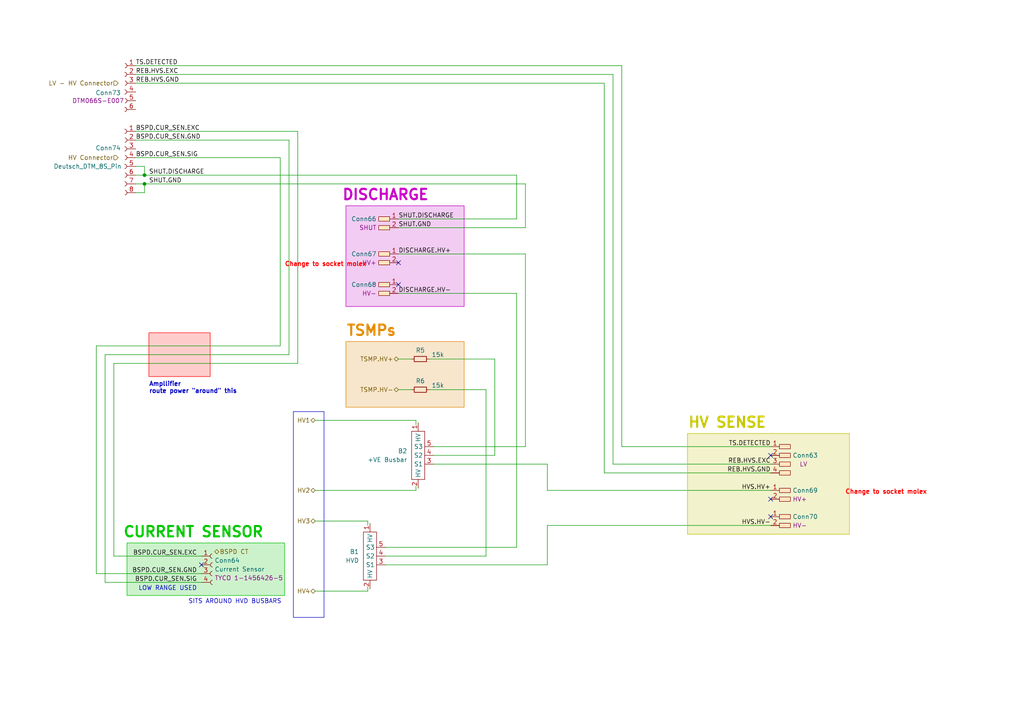
<source format=kicad_sch>
(kicad_sch (version 20231120) (generator "eeschema") (generator_version "8.0")
  (paper "A4")
  (lib_symbols
    (symbol "Connectors_SUFST:Bus_Bar"
      (property "Reference" "B" (at 0 1.27 0))
      (symbol "Bus_Bar_0_1"
        (rectangle (start -6.985 -2.54) (end 6.985 -6.35))
      )
      (symbol "Bus_Bar_1_1"
        (pin input line (at 9.525 -4.445 180) (length 2.54) (name "HV") (number "1"))
        (pin input line (at -9.525 -4.445 0) (length 2.54) (name "HV") (number "2"))
        (pin input line (at -2.54 -8.89 90) (length 2.54) (name "S1") (number "3"))
        (pin input line (at 0 -8.89 90) (length 2.54) (name "S2") (number "4"))
        (pin input line (at 2.54 -8.89 90) (length 2.54) (name "S3") (number "5"))
      )
    )
    (symbol "Connectors_SUFST:Current Sensor Connector"
      (property "Reference" "Conn" (at -0.635 1.27 0))
      (property "P/N" "TYCO 1-1456426-5" (at 0 5.08 0))
      (symbol "Current Sensor Connector_0_1"
        (arc (start -2.5368 -7.6207) (mid -1.9833 -6.9863) (end -2.5355 -6.3507))
        (arc (start -2.5368 -2.5407) (mid -1.9833 -1.9063) (end -2.5355 -1.2707))
        (arc (start -2.4524 -10.1601) (mid -1.8989 -9.5257) (end -2.4511 -8.8901))
        (arc (start -2.4524 -5.0801) (mid -1.8989 -4.4457) (end -2.4511 -3.8101))
      )
      (symbol "Current Sensor Connector_1_1"
        (pin input line (at 0.635 -9.525 180) (length 2.54) (name "") (number "1"))
        (pin input line (at 0.635 -6.985 180) (length 2.54) (name "") (number "2"))
        (pin input line (at 0.635 -4.445 180) (length 2.54) (name "") (number "3"))
        (pin input line (at 0.635 -1.905 180) (length 2.54) (name "") (number "4"))
      )
    )
    (symbol "Connectors_SUFST:Deutsch_DTM_6S_Pin"
      (property "Reference" "Conn" (at 0 0.635 0))
      (property "P/N" "DTM066S-E007" (at 0 0 0))
      (symbol "Deutsch_DTM_6S_Pin_0_1"
        (arc (start -2.5368 -12.7007) (mid -1.9833 -12.0663) (end -2.5355 -11.4307))
        (arc (start -2.5368 -7.6207) (mid -1.9833 -6.9863) (end -2.5355 -6.3507))
        (arc (start -2.5368 -2.5407) (mid -1.9833 -1.9063) (end -2.5355 -1.2707))
        (arc (start -2.4524 -15.2401) (mid -1.8989 -14.6057) (end -2.4511 -13.9701))
        (arc (start -2.4524 -10.1601) (mid -1.8989 -9.5257) (end -2.4511 -8.8901))
        (arc (start -2.4524 -5.0801) (mid -1.8989 -4.4457) (end -2.4511 -3.8101))
      )
      (symbol "Deutsch_DTM_6S_Pin_1_1"
        (pin input line (at 0.635 -14.605 180) (length 2.54) (name "") (number "1"))
        (pin input line (at 0.635 -12.065 180) (length 2.54) (name "") (number "2"))
        (pin input line (at 0.635 -9.525 180) (length 2.54) (name "") (number "3"))
        (pin input line (at 0.635 -6.985 180) (length 2.54) (name "") (number "4"))
        (pin input line (at 0.635 -4.445 180) (length 2.54) (name "") (number "5"))
        (pin input line (at 0.635 -1.905 180) (length 2.54) (name "") (number "6"))
      )
    )
    (symbol "Connectors_SUFST:Molex_2x1P_Horizontal_THT"
      (property "Reference" "Conn" (at 0 -1.905 0))
      (symbol "Molex_2x1P_Horizontal_THT_0_1"
        (polyline (pts (xy -0.635 -4.445) (xy 1.905 -4.445)))
      )
      (symbol "Molex_2x1P_Horizontal_THT_1_1"
        (rectangle (start -3.81 -6.35) (end -0.635 -7.62) (fill (type color) (color 255 229 191 1)))
        (rectangle (start -3.81 -3.81) (end -0.635 -5.08) (fill (type color) (color 255 229 191 1)))
        (pin input line (at 1.905 -6.985 180) (length 2.54) (name "") (number "1"))
        (pin input line (at 1.905 -4.445 180) (length 2.54) (name "") (number "2"))
      )
    )
    (symbol "Connectors_SUFST:Molex_8x1S_Recepticle"
      (property "Reference" "Conn" (at 0 0.635 0))
      (symbol "Molex_8x1S_Recepticle_0_1"
        (arc (start -2.5368 -17.7807) (mid -1.9833 -17.1463) (end -2.5355 -16.5107))
        (arc (start -2.5368 -12.7007) (mid -1.9833 -12.0663) (end -2.5355 -11.4307))
        (arc (start -2.5368 -7.6207) (mid -1.9833 -6.9863) (end -2.5355 -6.3507))
        (arc (start -2.5368 -2.5407) (mid -1.9833 -1.9063) (end -2.5355 -1.2707))
        (arc (start -2.4524 -20.3201) (mid -1.8989 -19.6857) (end -2.4511 -19.0501))
        (arc (start -2.4524 -15.2401) (mid -1.8989 -14.6057) (end -2.4511 -13.9701))
        (arc (start -2.4524 -10.1601) (mid -1.8989 -9.5257) (end -2.4511 -8.8901))
        (arc (start -2.4524 -5.0801) (mid -1.8989 -4.4457) (end -2.4511 -3.8101))
      )
      (symbol "Molex_8x1S_Recepticle_1_1"
        (pin input line (at 0.635 -1.905 180) (length 2.54) (name "") (number "1"))
        (pin input line (at 0.635 -4.445 180) (length 2.54) (name "") (number "2"))
        (pin input line (at 0.635 -6.985 180) (length 2.54) (name "") (number "3"))
        (pin input line (at 0.635 -9.525 180) (length 2.54) (name "") (number "4"))
        (pin input line (at 0.635 -12.065 180) (length 2.54) (name "") (number "5"))
        (pin input line (at 0.635 -14.605 180) (length 2.54) (name "") (number "6"))
        (pin input line (at 0.635 -17.145 180) (length 2.54) (name "") (number "7"))
        (pin input line (at 0.635 -19.685 180) (length 2.54) (name "") (number "8"))
      )
    )
    (symbol "Device:R_Small" (pin_numbers hide) (pin_names (offset 0.254) hide)
      (property "Reference" "R" (at 0.762 0.508 0))
      (property "Value" "R_Small" (at 0.762 -1.016 0))
      (symbol "R_Small_0_1"
        (rectangle (start -0.762 1.778) (end 0.762 -1.778) (stroke (width 0.2032)))
      )
      (symbol "R_Small_1_1"
        (pin passive line (at 0 2.54 270) (length 0.762) (name "~") (number "1"))
        (pin passive line (at 0 -2.54 90) (length 0.762) (name "~") (number "2"))
      )
    )
    (symbol "Molex_2x2P_Horizontal_1"
      (property "Reference" "Conn" (at 0 -1.905 0))
      (symbol "Molex_2x2P_Horizontal_1_0_1"
        (polyline (pts (xy -0.635 -9.525) (xy 1.905 -9.525)))
        (polyline (pts (xy -0.635 -4.445) (xy 1.905 -4.445)))
      )
      (symbol "Molex_2x2P_Horizontal_1_1_1"
        (rectangle (start -3.81 -11.43) (end -0.635 -12.7) (fill (type color) (color 255 229 191 1)))
        (rectangle (start -3.81 -8.89) (end -0.635 -10.16) (fill (type color) (color 255 229 191 1)))
        (rectangle (start -3.81 -6.35) (end -0.635 -7.62) (fill (type color) (color 255 229 191 1)))
        (rectangle (start -3.81 -3.81) (end -0.635 -5.08) (fill (type color) (color 255 229 191 1)))
        (pin input line (at 1.905 -12.065 180) (length 2.54) (name "") (number "1"))
        (pin input line (at 1.905 -9.525 180) (length 2.54) (name "") (number "2"))
        (pin input line (at 1.905 -6.985 180) (length 2.54) (name "") (number "3"))
        (pin input line (at 1.905 -4.445 180) (length 2.54) (name "") (number "4"))
      )
    )
  )
  (junction (at 41.91 50.8))
  (junction (at 41.91 53.34))
  (no_connect (at 223.52 149.86))
  (no_connect (at 58.42 163.83))
  (no_connect (at 115.57 82.55))
  (no_connect (at 223.52 132.08))
  (no_connect (at 115.57 76.2))
  (no_connect (at 223.52 144.78))
  (wire (pts (xy 30.48 168.91) (xy 58.42 168.91)))
  (wire (pts (xy 115.57 113.03) (xy 119.38 113.03)))
  (wire (pts (xy 120.65 142.24) (xy 120.65 140.97)))
  (wire (pts (xy 140.97 113.03) (xy 124.46 113.03)))
  (wire (pts (xy 143.51 104.14) (xy 143.51 132.08)))
  (wire (pts (xy 58.42 161.29) (xy 33.02 161.29)))
  (wire (pts (xy 86.36 38.1) (xy 86.36 105.41)))
  (wire (pts (xy 158.75 163.83) (xy 158.75 152.4)))
  (wire (pts (xy 41.91 50.8) (xy 149.86 50.8)))
  (wire (pts (xy 158.75 152.4) (xy 223.52 152.4)))
  (wire (pts (xy 111.76 161.29) (xy 140.97 161.29)))
  (wire (pts (xy 39.37 48.26) (xy 41.91 48.26)))
  (wire (pts (xy 111.76 158.75) (xy 149.86 158.75)))
  (wire (pts (xy 33.02 161.29) (xy 33.02 105.41)))
  (wire (pts (xy 175.26 137.16) (xy 223.52 137.16)))
  (wire (pts (xy 152.4 53.34) (xy 152.4 66.04)))
  (wire (pts (xy 158.75 163.83) (xy 111.76 163.83)))
  (wire (pts (xy 180.34 19.05) (xy 180.34 129.54)))
  (wire (pts (xy 33.02 105.41) (xy 86.36 105.41)))
  (wire (pts (xy 39.37 38.1) (xy 86.36 38.1)))
  (wire (pts (xy 158.75 142.24) (xy 223.52 142.24)))
  (wire (pts (xy 158.75 134.62) (xy 125.73 134.62)))
  (wire (pts (xy 152.4 129.54) (xy 152.4 73.66)))
  (wire (pts (xy 149.86 85.09) (xy 115.57 85.09)))
  (wire (pts (xy 81.28 45.72) (xy 81.28 100.33)))
  (wire (pts (xy 143.51 132.08) (xy 125.73 132.08)))
  (wire (pts (xy 115.57 73.66) (xy 152.4 73.66)))
  (wire (pts (xy 39.37 40.64) (xy 83.82 40.64)))
  (wire (pts (xy 83.82 102.87) (xy 30.48 102.87)))
  (wire (pts (xy 39.37 50.8) (xy 41.91 50.8)))
  (wire (pts (xy 106.68 151.13) (xy 106.68 152.4)))
  (wire (pts (xy 149.86 158.75) (xy 149.86 85.09)))
  (wire (pts (xy 39.37 45.72) (xy 81.28 45.72)))
  (wire (pts (xy 91.44 171.45) (xy 106.68 171.45)))
  (wire (pts (xy 30.48 102.87) (xy 30.48 168.91)))
  (wire (pts (xy 27.94 100.33) (xy 81.28 100.33)))
  (wire (pts (xy 39.37 55.88) (xy 41.91 55.88)))
  (wire (pts (xy 115.57 66.04) (xy 152.4 66.04)))
  (wire (pts (xy 149.86 63.5) (xy 149.86 50.8)))
  (wire (pts (xy 39.37 53.34) (xy 41.91 53.34)))
  (wire (pts (xy 158.75 134.62) (xy 158.75 142.24)))
  (wire (pts (xy 115.57 63.5) (xy 149.86 63.5)))
  (wire (pts (xy 39.37 24.13) (xy 175.26 24.13)))
  (wire (pts (xy 83.82 40.64) (xy 83.82 102.87)))
  (wire (pts (xy 41.91 53.34) (xy 152.4 53.34)))
  (wire (pts (xy 106.68 171.45) (xy 106.68 170.18)))
  (wire (pts (xy 177.8 134.62) (xy 177.8 21.59)))
  (wire (pts (xy 180.34 129.54) (xy 223.52 129.54)))
  (wire (pts (xy 39.37 19.05) (xy 180.34 19.05)))
  (wire (pts (xy 41.91 53.34) (xy 41.91 55.88)))
  (wire (pts (xy 223.52 134.62) (xy 177.8 134.62)))
  (wire (pts (xy 140.97 161.29) (xy 140.97 113.03)))
  (wire (pts (xy 115.57 104.14) (xy 119.38 104.14)))
  (wire (pts (xy 91.44 142.24) (xy 120.65 142.24)))
  (wire (pts (xy 120.65 121.92) (xy 120.65 123.19)))
  (wire (pts (xy 91.44 121.92) (xy 120.65 121.92)))
  (wire (pts (xy 124.46 104.14) (xy 143.51 104.14)))
  (wire (pts (xy 41.91 50.8) (xy 41.91 48.26)))
  (wire (pts (xy 58.42 166.37) (xy 27.94 166.37)))
  (wire (pts (xy 91.44 151.13) (xy 106.68 151.13)))
  (wire (pts (xy 27.94 166.37) (xy 27.94 100.33)))
  (wire (pts (xy 125.73 129.54) (xy 152.4 129.54)))
  (wire (pts (xy 177.8 21.59) (xy 39.37 21.59)))
  (wire (pts (xy 175.26 24.13) (xy 175.26 137.16)))
  (rectangle (start 100.33 59.69) (end 134.62 88.9) (stroke (width 0) (color 194 0 194 1)) (fill (type color) (color 194 0 194 0.2)))
  (rectangle (start 199.39 125.73) (end 246.38 154.94) (stroke (width 0) (color 194 194 0 1)) (fill (type color) (color 194 194 0 0.2)))
  (rectangle (start 43.18 96.52) (end 60.96 109.22) (stroke (width 0) (color 255 0 0 1)) (fill (type color) (color 255 0 0 0.2)))
  (rectangle (start 85.09 119.38) (end 93.98 179.07))
  (rectangle (start 100.33 99.06) (end 134.62 118.11) (stroke (width 0) (color 221 133 0 1)) (fill (type color) (color 221 133 0 0.2)))
  (rectangle (start 36.83 157.48) (end 82.55 172.72) (stroke (width 0) (color 0 194 0 1)) (fill (type color) (color 0 194 0 0.2)))
  (text "LOW RANGE USED" (at 57.15 171.45 0) (effects (font (size 1.27 1.27)) (justify right bottom)))
  (text "DISCHARGE" (at 99.06 58.42 0) (effects (font (size 3 3) (thickness 0.6) (bold yes)) (justify left bottom)))
  (text "Change to socket molex" (at 245.11 143.51 0) (effects (font (size 1.27 1.27) (bold yes)) (justify left bottom)))
  (text "SITS AROUND HVD BUSBARS" (at 54.61 175.26 0) (effects (font (size 1.27 1.27)) (justify left bottom)))
  (text "HV SENSE" (at 199.39 124.46 0) (effects (font (size 3 3) (thickness 0.6) (bold yes)) (justify left bottom)))
  (text "TSMPs" (at 100.33 97.79 0) (effects (font (size 3 3) (thickness 0.6) (bold yes)) (justify left bottom)))
  (text "Change to socket molex" (at 82.55 77.47 0) (effects (font (size 1.27 1.27) (bold yes)) (justify left bottom)))
  (text "CURRENT SENSOR" (at 35.56 156.21 0) (effects (font (size 3 3) (thickness 0.6) (bold yes)) (justify left bottom)))
  (text "Ampllifier\nroute power \"around\" this" (at 43.18 114.3 0) (effects (font (size 1.27 1.27) (bold yes)) (justify left bottom)))
  (label "BSPD.CUR_SEN.EXC" (at 39.37 38.1 0))
  (label "SHUT.GND" (at 43.18 53.34 0))
  (label "DISCHARGE.HV+" (at 115.57 73.66 0))
  (label "BSPD.CUR_SEN.GND" (at 39.37 40.64 0))
  (label "BSPD.CUR_SEN.SIG" (at 39.37 45.72 0))
  (label "SHUT.DISCHARGE" (at 43.18 50.8 0))
  (label "SHUT.GND" (at 115.57 66.04 0))
  (label "REB.HVS.GND" (at 223.52 137.16 180))
  (label "REB.HVS.EXC" (at 223.52 134.62 180))
  (label "BSPD.CUR_SEN.EXC" (at 57.15 161.29 180))
  (label "BSPD.CUR_SEN.GND" (at 57.15 166.37 180))
  (label "TS.DETECTED" (at 223.52 129.54 180))
  (label "REB.HVS.EXC" (at 39.37 21.59 0))
  (label "SHUT.DISCHARGE" (at 115.57 63.5 0))
  (label "BSPD.CUR_SEN.SIG" (at 57.15 168.91 180))
  (label "HVS.HV-" (at 223.52 152.4 180))
  (label "HVS.HV+" (at 223.52 142.24 180))
  (label "REB.HVS.GND" (at 39.37 24.13 0))
  (label "DISCHARGE.HV-" (at 115.57 85.09 0))
  (label "TS.DETECTED" (at 39.37 19.05 0))
  (hierarchical_label "HV4" (shape bidirectional) (at 91.44 171.45 180))
  (hierarchical_label "LV - HV Connector" (shape input) (at 34.29 24.13 180))
  (hierarchical_label "TSMP.HV-" (shape bidirectional) (at 115.57 113.03 180))
  (hierarchical_label "TSMP.HV+" (shape bidirectional) (at 115.57 104.14 180))
  (hierarchical_label "BSPD CT" (shape bidirectional) (at 62.23 160.02 0))
  (hierarchical_label "HV1" (shape bidirectional) (at 91.44 121.92 180))
  (hierarchical_label "HV2" (shape bidirectional) (at 91.44 142.24 180))
  (hierarchical_label "HV3" (shape bidirectional) (at 91.44 151.13 180))
  (hierarchical_label "HV Connector" (shape input) (at 34.29 45.72 180))
  (symbol (lib_name "Molex_2x2P_Horizontal_1") (lib_id "Connectors_SUFST:Molex_2x2P_Horizontal") (at 225.425 141.605 180) (unit 1)
    (property "Reference" "Conn63" (at 229.87 132.08 0) (effects (justify right)))
    (property "P/N" "43045-0400" (effects (hide yes)))
    (property "Name" "LV" (at 233.045 134.62 0))
  )
  (symbol (lib_id "Connectors_SUFST:Current Sensor Connector") (at 59.055 170.815 180) (unit 1)
    (property "Reference" "Conn64" (at 62.23 162.5596 0) (effects (justify right)))
    (property "Value" "Current Sensor" (at 62.23 165.0996 0) (effects (justify right)))
    (property "P/N" "TYCO 1-1456426-5" (at 62.23 167.6396 0) (effects (justify right)))
  )
  (symbol (lib_id "Connectors_SUFST:Molex_2x1P_Horizontal_THT") (at 225.425 149.225 180) (unit 1)
    (property "Reference" "Conn69" (at 229.87 142.24 0) (effects (justify right)))
    (property "Value" "Molex_2x1P_Horizontal_THT" (effects (hide yes)))
    (property "P/N" "43650-0200" (effects (hide yes)))
    (property "Name" "HV+" (at 229.87 144.78 0) (effects (justify right)))
  )
  (symbol (lib_id "Connectors_SUFST:Molex_2x1P_Horizontal_THT") (at 113.665 70.485 0) (mirror x) (unit 1)
    (property "Reference" "Conn66" (at 109.22 63.5 0) (effects (justify right)))
    (property "Value" "Molex_2x1P_Horizontal_THT" (effects (hide yes)))
    (property "P/N" "43650-0200" (effects (hide yes)))
    (property "Name" "SHUT" (at 109.22 66.04 0) (effects (justify right)))
  )
  (symbol (lib_id "Connectors_SUFST:Molex_2x1P_Horizontal_THT") (at 113.665 80.645 0) (mirror x) (unit 1)
    (property "Reference" "Conn67" (at 109.22 73.66 0) (effects (justify right)))
    (property "Value" "Molex_2x1P_Horizontal_THT" (effects (hide yes)))
    (property "P/N" "43650-0200" (effects (hide yes)))
    (property "Name" "HV+" (at 109.22 76.2 0) (effects (justify right)))
  )
  (symbol (lib_id "Connectors_SUFST:Deutsch_DTM_6S_Pin") (at 38.735 33.655 0) (mirror x) (unit 1)
    (property "Reference" "Conn73" (at 35.052 26.924 0) (effects (justify right)))
    (property "Value" "Deutsch_DTM_12S_Pin" (effects (hide yes)))
    (property "P/N" "DTM066S-E007" (at 28.448 29.21 0))
  )
  (symbol (lib_id "Connectors_SUFST:Molex_2x1P_Horizontal_THT") (at 113.665 89.535 0) (mirror x) (unit 1)
    (property "Reference" "Conn68" (at 109.22 82.55 0) (effects (justify right)))
    (property "Value" "Molex_2x1P_Horizontal_THT" (effects (hide yes)))
    (property "P/N" "43650-0200" (effects (hide yes)))
    (property "Name" "HV-" (at 109.22 85.09 0) (effects (justify right)))
  )
  (symbol (lib_id "Connectors_SUFST:Bus_Bar") (at 102.87 161.29 90) (unit 1)
    (property "Reference" "B1" (at 104.14 160.02 90) (effects (justify left)))
    (property "Value" "HVD" (at 104.14 162.56 90) (effects (justify left)))
  )
  (symbol (lib_id "Device:R_Small") (at 121.92 113.03 90) (unit 1)
    (property "Reference" "R6" (at 121.92 110.49 90))
    (property "Value" "15k" (at 127 111.76 90))
  )
  (symbol (lib_id "Connectors_SUFST:Molex_2x1P_Horizontal_THT") (at 225.425 156.845 180) (unit 1)
    (property "Reference" "Conn70" (at 229.87 149.86 0) (effects (justify right)))
    (property "Value" "Molex_2x1P_Horizontal_THT" (effects (hide yes)))
    (property "P/N" "43650-0200" (effects (hide yes)))
    (property "Name" "HV-" (at 229.87 152.4 0) (effects (justify right)))
  )
  (symbol (lib_id "Connectors_SUFST:Bus_Bar") (at 116.84 132.08 90) (unit 1)
    (property "Reference" "B2" (at 118.11 130.81 90) (effects (justify left)))
    (property "Value" "+VE Busbar" (at 118.11 133.35 90) (effects (justify left)))
  )
  (symbol (lib_id "Device:R_Small") (at 121.92 104.14 90) (unit 1)
    (property "Reference" "R5" (at 121.92 101.6 90))
    (property "Value" "15k" (at 127 102.87 90))
  )
  (symbol (lib_id "Connectors_SUFST:Molex_8x1S_Recepticle") (at 38.735 36.195 0) (unit 1)
    (property "Reference" "Conn74" (at 35.052 42.926 0) (effects (justify right)))
    (property "Value" "Deutsch_DTM_8S_Pin" (at 25.4 48.26 0))
    (property "P/N" "43645-0800" (effects (hide yes)))
  )
)
</source>
